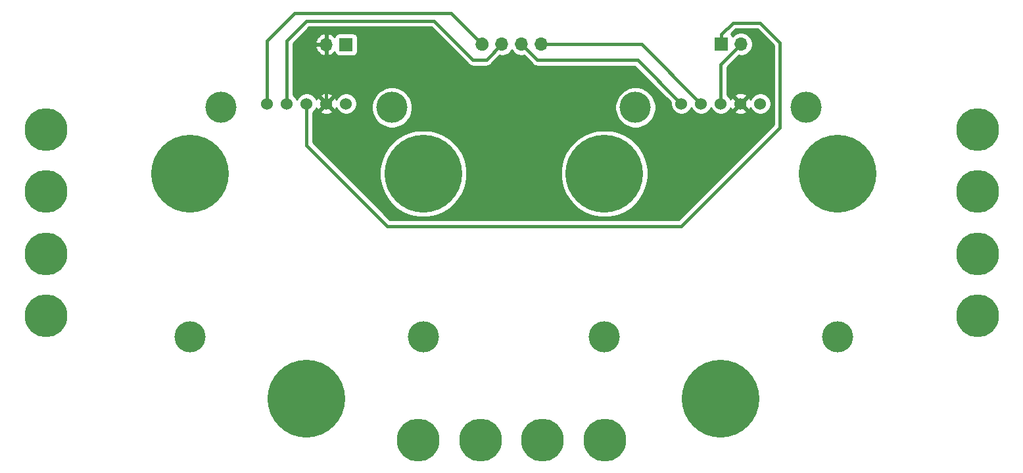
<source format=gtl>
G04 #@! TF.GenerationSoftware,KiCad,Pcbnew,5.1.5+dfsg1-2build2*
G04 #@! TF.CreationDate,2021-11-01T16:20:09+01:00*
G04 #@! TF.ProjectId,joystick-board,6a6f7973-7469-4636-9b2d-626f6172642e,rev?*
G04 #@! TF.SameCoordinates,Original*
G04 #@! TF.FileFunction,Copper,L1,Top*
G04 #@! TF.FilePolarity,Positive*
%FSLAX46Y46*%
G04 Gerber Fmt 4.6, Leading zero omitted, Abs format (unit mm)*
G04 Created by KiCad (PCBNEW 5.1.5+dfsg1-2build2) date 2021-11-01 16:20:09*
%MOMM*%
%LPD*%
G04 APERTURE LIST*
%ADD10O,1.700000X1.700000*%
%ADD11R,1.700000X1.700000*%
%ADD12C,4.000000*%
%ADD13C,10.000000*%
%ADD14C,1.524000*%
%ADD15C,5.500000*%
%ADD16C,0.100000*%
%ADD17C,0.400000*%
%ADD18C,0.254000*%
G04 APERTURE END LIST*
D10*
X157540000Y-66000000D03*
D11*
X155000000Y-66000000D03*
D12*
X139940000Y-103660000D03*
X169940000Y-103660000D03*
D13*
X154940000Y-111660000D03*
D14*
X160020000Y-73660000D03*
X154940000Y-73660000D03*
X157480000Y-73660000D03*
X152400000Y-73660000D03*
X149860000Y-73660000D03*
D12*
X165940000Y-74160000D03*
X143940000Y-74160000D03*
D13*
X169940000Y-82660000D03*
X139940000Y-82660000D03*
X86600000Y-82660000D03*
X116600000Y-82660000D03*
D12*
X90600000Y-74160000D03*
X112600000Y-74160000D03*
D14*
X96520000Y-73660000D03*
X99060000Y-73660000D03*
X104140000Y-73660000D03*
X101600000Y-73660000D03*
X106680000Y-73660000D03*
D13*
X101600000Y-111660000D03*
D12*
X116600000Y-103660000D03*
X86600000Y-103660000D03*
D15*
X140000000Y-117000000D03*
X132000000Y-117000000D03*
X124000000Y-117000000D03*
X116000000Y-117000000D03*
X188000000Y-101000000D03*
X188000000Y-93000000D03*
X188000000Y-85000000D03*
X188000000Y-77000000D03*
X68000000Y-101000000D03*
X68000000Y-93000000D03*
X68000000Y-85000000D03*
X68000000Y-77000000D03*
D10*
X131820000Y-66000000D03*
X129280000Y-66000000D03*
X126740000Y-66000000D03*
G04 #@! TA.AperFunction,ComponentPad*
D16*
G36*
X123359200Y-65875279D02*
G01*
X123375473Y-65793467D01*
X123399688Y-65713644D01*
X123431609Y-65636578D01*
X123470931Y-65563013D01*
X123517274Y-65493656D01*
X123570192Y-65429175D01*
X123629175Y-65370192D01*
X123693656Y-65317274D01*
X123763013Y-65270931D01*
X123836578Y-65231609D01*
X123913644Y-65199688D01*
X123993467Y-65175473D01*
X124075279Y-65159200D01*
X124158292Y-65151024D01*
X124241708Y-65151024D01*
X124324721Y-65159200D01*
X124406533Y-65175473D01*
X124486356Y-65199688D01*
X124563422Y-65231609D01*
X124636987Y-65270931D01*
X124706344Y-65317274D01*
X124770825Y-65370192D01*
X124829808Y-65429175D01*
X124882726Y-65493656D01*
X124929069Y-65563013D01*
X124968391Y-65636578D01*
X125000312Y-65713644D01*
X125024527Y-65793467D01*
X125040800Y-65875279D01*
X125048976Y-65958292D01*
X125048976Y-66041708D01*
X125040800Y-66124721D01*
X125024527Y-66206533D01*
X125000312Y-66286356D01*
X124968391Y-66363422D01*
X124929069Y-66436987D01*
X124882726Y-66506344D01*
X124829808Y-66570825D01*
X124770825Y-66629808D01*
X124706344Y-66682726D01*
X124636987Y-66729069D01*
X124563422Y-66768391D01*
X124486356Y-66800312D01*
X124406533Y-66824527D01*
X124324721Y-66840800D01*
X124241708Y-66848976D01*
X124158292Y-66848976D01*
X124075279Y-66840800D01*
X123993467Y-66824527D01*
X123913644Y-66800312D01*
X123836578Y-66768391D01*
X123763013Y-66729069D01*
X123693656Y-66682726D01*
X123629175Y-66629808D01*
X123570192Y-66570825D01*
X123517274Y-66506344D01*
X123470931Y-66436987D01*
X123431609Y-66363422D01*
X123399688Y-66286356D01*
X123375473Y-66206533D01*
X123359200Y-66124721D01*
X123351024Y-66041708D01*
X123351024Y-65958292D01*
X123359200Y-65875279D01*
G37*
G04 #@! TD.AperFunction*
D11*
X106680000Y-66040000D03*
D10*
X104140000Y-66040000D03*
D17*
X120200000Y-62000000D02*
X124200000Y-66000000D01*
X100076000Y-61976000D02*
X120200000Y-62000000D01*
X96520000Y-65532000D02*
X100076000Y-61976000D01*
X96520000Y-73660000D02*
X96520000Y-65532000D01*
X99060000Y-65532000D02*
X99060000Y-73660000D01*
X101600000Y-63000000D02*
X99060000Y-65532000D01*
X118000000Y-63000000D02*
X101600000Y-63000000D01*
X123000000Y-68000000D02*
X118000000Y-63000000D01*
X124740000Y-68000000D02*
X123000000Y-68000000D01*
X126740000Y-66000000D02*
X124740000Y-68000000D01*
X104140000Y-66040000D02*
X104140000Y-73660000D01*
X157480000Y-73660000D02*
X154140000Y-77000000D01*
X107480000Y-77000000D02*
X104140000Y-73660000D01*
X154140000Y-77000000D02*
X107480000Y-77000000D01*
X101600000Y-73660000D02*
X101600000Y-78994000D01*
X101600000Y-78994000D02*
X112014000Y-89408000D01*
X112014000Y-89408000D02*
X149860000Y-89408000D01*
X149860000Y-89408000D02*
X162560000Y-76708000D01*
X162560000Y-76708000D02*
X162560000Y-65786000D01*
X162560000Y-65786000D02*
X160020000Y-63246000D01*
X155000000Y-64750000D02*
X155000000Y-66000000D01*
X156504000Y-63246000D02*
X155000000Y-64750000D01*
X160020000Y-63246000D02*
X156504000Y-63246000D01*
X129280000Y-66000000D02*
X131280000Y-68000000D01*
X144200000Y-68000000D02*
X149860000Y-73660000D01*
X131280000Y-68000000D02*
X144200000Y-68000000D01*
X144740000Y-66000000D02*
X152400000Y-73660000D01*
X131820000Y-66000000D02*
X144740000Y-66000000D01*
X157540000Y-66000000D02*
X158000000Y-66000000D01*
X154940000Y-68600000D02*
X157540000Y-66000000D01*
X154940000Y-73660000D02*
X154940000Y-68600000D01*
D18*
G36*
X122380563Y-68561432D02*
G01*
X122406709Y-68593291D01*
X122438568Y-68619437D01*
X122438570Y-68619439D01*
X122533854Y-68697636D01*
X122678913Y-68775172D01*
X122836311Y-68822918D01*
X123000000Y-68839040D01*
X123041018Y-68835000D01*
X124698982Y-68835000D01*
X124740000Y-68839040D01*
X124781018Y-68835000D01*
X124781019Y-68835000D01*
X124903689Y-68822918D01*
X125061087Y-68775172D01*
X125206146Y-68697636D01*
X125333291Y-68593291D01*
X125359446Y-68561421D01*
X126462060Y-67458807D01*
X126593740Y-67485000D01*
X126886260Y-67485000D01*
X127173158Y-67427932D01*
X127443411Y-67315990D01*
X127686632Y-67153475D01*
X127893475Y-66946632D01*
X128010000Y-66772240D01*
X128126525Y-66946632D01*
X128333368Y-67153475D01*
X128576589Y-67315990D01*
X128846842Y-67427932D01*
X129133740Y-67485000D01*
X129426260Y-67485000D01*
X129557940Y-67458807D01*
X130660559Y-68561427D01*
X130686709Y-68593291D01*
X130789720Y-68677830D01*
X130813854Y-68697636D01*
X130958913Y-68775172D01*
X131116311Y-68822918D01*
X131279999Y-68839040D01*
X131321018Y-68835000D01*
X143854133Y-68835000D01*
X148476030Y-73456899D01*
X148463000Y-73522408D01*
X148463000Y-73797592D01*
X148516686Y-74067490D01*
X148621995Y-74321727D01*
X148774880Y-74550535D01*
X148969465Y-74745120D01*
X149198273Y-74898005D01*
X149452510Y-75003314D01*
X149722408Y-75057000D01*
X149997592Y-75057000D01*
X150267490Y-75003314D01*
X150521727Y-74898005D01*
X150750535Y-74745120D01*
X150945120Y-74550535D01*
X151098005Y-74321727D01*
X151130000Y-74244485D01*
X151161995Y-74321727D01*
X151314880Y-74550535D01*
X151509465Y-74745120D01*
X151738273Y-74898005D01*
X151992510Y-75003314D01*
X152262408Y-75057000D01*
X152537592Y-75057000D01*
X152807490Y-75003314D01*
X153061727Y-74898005D01*
X153290535Y-74745120D01*
X153485120Y-74550535D01*
X153638005Y-74321727D01*
X153670000Y-74244485D01*
X153701995Y-74321727D01*
X153854880Y-74550535D01*
X154049465Y-74745120D01*
X154278273Y-74898005D01*
X154532510Y-75003314D01*
X154802408Y-75057000D01*
X155077592Y-75057000D01*
X155347490Y-75003314D01*
X155601727Y-74898005D01*
X155830535Y-74745120D01*
X155950090Y-74625565D01*
X156694040Y-74625565D01*
X156761020Y-74865656D01*
X157010048Y-74982756D01*
X157277135Y-75049023D01*
X157552017Y-75061910D01*
X157824133Y-75020922D01*
X158083023Y-74927636D01*
X158198980Y-74865656D01*
X158265960Y-74625565D01*
X157480000Y-73839605D01*
X156694040Y-74625565D01*
X155950090Y-74625565D01*
X156025120Y-74550535D01*
X156178005Y-74321727D01*
X156207692Y-74250057D01*
X156212364Y-74263023D01*
X156274344Y-74378980D01*
X156514435Y-74445960D01*
X157300395Y-73660000D01*
X157659605Y-73660000D01*
X158445565Y-74445960D01*
X158685656Y-74378980D01*
X158749485Y-74243240D01*
X158781995Y-74321727D01*
X158934880Y-74550535D01*
X159129465Y-74745120D01*
X159358273Y-74898005D01*
X159612510Y-75003314D01*
X159882408Y-75057000D01*
X160157592Y-75057000D01*
X160427490Y-75003314D01*
X160681727Y-74898005D01*
X160910535Y-74745120D01*
X161105120Y-74550535D01*
X161258005Y-74321727D01*
X161363314Y-74067490D01*
X161417000Y-73797592D01*
X161417000Y-73522408D01*
X161363314Y-73252510D01*
X161258005Y-72998273D01*
X161105120Y-72769465D01*
X160910535Y-72574880D01*
X160681727Y-72421995D01*
X160427490Y-72316686D01*
X160157592Y-72263000D01*
X159882408Y-72263000D01*
X159612510Y-72316686D01*
X159358273Y-72421995D01*
X159129465Y-72574880D01*
X158934880Y-72769465D01*
X158781995Y-72998273D01*
X158752308Y-73069943D01*
X158747636Y-73056977D01*
X158685656Y-72941020D01*
X158445565Y-72874040D01*
X157659605Y-73660000D01*
X157300395Y-73660000D01*
X156514435Y-72874040D01*
X156274344Y-72941020D01*
X156210515Y-73076760D01*
X156178005Y-72998273D01*
X156025120Y-72769465D01*
X155950090Y-72694435D01*
X156694040Y-72694435D01*
X157480000Y-73480395D01*
X158265960Y-72694435D01*
X158198980Y-72454344D01*
X157949952Y-72337244D01*
X157682865Y-72270977D01*
X157407983Y-72258090D01*
X157135867Y-72299078D01*
X156876977Y-72392364D01*
X156761020Y-72454344D01*
X156694040Y-72694435D01*
X155950090Y-72694435D01*
X155830535Y-72574880D01*
X155775000Y-72537773D01*
X155775000Y-68945867D01*
X157262061Y-67458807D01*
X157393740Y-67485000D01*
X157686260Y-67485000D01*
X157973158Y-67427932D01*
X158243411Y-67315990D01*
X158486632Y-67153475D01*
X158693475Y-66946632D01*
X158855990Y-66703411D01*
X158967932Y-66433158D01*
X159025000Y-66146260D01*
X159025000Y-65853740D01*
X158967932Y-65566842D01*
X158855990Y-65296589D01*
X158693475Y-65053368D01*
X158486632Y-64846525D01*
X158243411Y-64684010D01*
X157973158Y-64572068D01*
X157686260Y-64515000D01*
X157393740Y-64515000D01*
X157106842Y-64572068D01*
X156836589Y-64684010D01*
X156593368Y-64846525D01*
X156461513Y-64978380D01*
X156439502Y-64905820D01*
X156380537Y-64795506D01*
X156301185Y-64698815D01*
X156263214Y-64667653D01*
X156849868Y-64081000D01*
X159674133Y-64081000D01*
X161725001Y-66131869D01*
X161725000Y-76362132D01*
X149514133Y-88573000D01*
X112359868Y-88573000D01*
X105891869Y-82105001D01*
X110965000Y-82105001D01*
X110965000Y-83214999D01*
X111181550Y-84303669D01*
X111606328Y-85329173D01*
X112223010Y-86252103D01*
X113007897Y-87036990D01*
X113930827Y-87653672D01*
X114956331Y-88078450D01*
X116045001Y-88295000D01*
X117154999Y-88295000D01*
X118243669Y-88078450D01*
X119269173Y-87653672D01*
X120192103Y-87036990D01*
X120976990Y-86252103D01*
X121593672Y-85329173D01*
X122018450Y-84303669D01*
X122235000Y-83214999D01*
X122235000Y-82105001D01*
X134305000Y-82105001D01*
X134305000Y-83214999D01*
X134521550Y-84303669D01*
X134946328Y-85329173D01*
X135563010Y-86252103D01*
X136347897Y-87036990D01*
X137270827Y-87653672D01*
X138296331Y-88078450D01*
X139385001Y-88295000D01*
X140494999Y-88295000D01*
X141583669Y-88078450D01*
X142609173Y-87653672D01*
X143532103Y-87036990D01*
X144316990Y-86252103D01*
X144933672Y-85329173D01*
X145358450Y-84303669D01*
X145575000Y-83214999D01*
X145575000Y-82105001D01*
X145358450Y-81016331D01*
X144933672Y-79990827D01*
X144316990Y-79067897D01*
X143532103Y-78283010D01*
X142609173Y-77666328D01*
X141583669Y-77241550D01*
X140494999Y-77025000D01*
X139385001Y-77025000D01*
X138296331Y-77241550D01*
X137270827Y-77666328D01*
X136347897Y-78283010D01*
X135563010Y-79067897D01*
X134946328Y-79990827D01*
X134521550Y-81016331D01*
X134305000Y-82105001D01*
X122235000Y-82105001D01*
X122018450Y-81016331D01*
X121593672Y-79990827D01*
X120976990Y-79067897D01*
X120192103Y-78283010D01*
X119269173Y-77666328D01*
X118243669Y-77241550D01*
X117154999Y-77025000D01*
X116045001Y-77025000D01*
X114956331Y-77241550D01*
X113930827Y-77666328D01*
X113007897Y-78283010D01*
X112223010Y-79067897D01*
X111606328Y-79990827D01*
X111181550Y-81016331D01*
X110965000Y-82105001D01*
X105891869Y-82105001D01*
X102435000Y-78648133D01*
X102435000Y-74782227D01*
X102490535Y-74745120D01*
X102610090Y-74625565D01*
X103354040Y-74625565D01*
X103421020Y-74865656D01*
X103670048Y-74982756D01*
X103937135Y-75049023D01*
X104212017Y-75061910D01*
X104484133Y-75020922D01*
X104743023Y-74927636D01*
X104858980Y-74865656D01*
X104925960Y-74625565D01*
X104140000Y-73839605D01*
X103354040Y-74625565D01*
X102610090Y-74625565D01*
X102685120Y-74550535D01*
X102838005Y-74321727D01*
X102867692Y-74250057D01*
X102872364Y-74263023D01*
X102934344Y-74378980D01*
X103174435Y-74445960D01*
X103960395Y-73660000D01*
X104319605Y-73660000D01*
X105105565Y-74445960D01*
X105345656Y-74378980D01*
X105409485Y-74243240D01*
X105441995Y-74321727D01*
X105594880Y-74550535D01*
X105789465Y-74745120D01*
X106018273Y-74898005D01*
X106272510Y-75003314D01*
X106542408Y-75057000D01*
X106817592Y-75057000D01*
X107087490Y-75003314D01*
X107341727Y-74898005D01*
X107570535Y-74745120D01*
X107765120Y-74550535D01*
X107918005Y-74321727D01*
X108023314Y-74067490D01*
X108056535Y-73900475D01*
X109965000Y-73900475D01*
X109965000Y-74419525D01*
X110066261Y-74928601D01*
X110264893Y-75408141D01*
X110553262Y-75839715D01*
X110920285Y-76206738D01*
X111351859Y-76495107D01*
X111831399Y-76693739D01*
X112340475Y-76795000D01*
X112859525Y-76795000D01*
X113368601Y-76693739D01*
X113848141Y-76495107D01*
X114279715Y-76206738D01*
X114646738Y-75839715D01*
X114935107Y-75408141D01*
X115133739Y-74928601D01*
X115235000Y-74419525D01*
X115235000Y-73900475D01*
X141305000Y-73900475D01*
X141305000Y-74419525D01*
X141406261Y-74928601D01*
X141604893Y-75408141D01*
X141893262Y-75839715D01*
X142260285Y-76206738D01*
X142691859Y-76495107D01*
X143171399Y-76693739D01*
X143680475Y-76795000D01*
X144199525Y-76795000D01*
X144708601Y-76693739D01*
X145188141Y-76495107D01*
X145619715Y-76206738D01*
X145986738Y-75839715D01*
X146275107Y-75408141D01*
X146473739Y-74928601D01*
X146575000Y-74419525D01*
X146575000Y-73900475D01*
X146473739Y-73391399D01*
X146275107Y-72911859D01*
X145986738Y-72480285D01*
X145619715Y-72113262D01*
X145188141Y-71824893D01*
X144708601Y-71626261D01*
X144199525Y-71525000D01*
X143680475Y-71525000D01*
X143171399Y-71626261D01*
X142691859Y-71824893D01*
X142260285Y-72113262D01*
X141893262Y-72480285D01*
X141604893Y-72911859D01*
X141406261Y-73391399D01*
X141305000Y-73900475D01*
X115235000Y-73900475D01*
X115133739Y-73391399D01*
X114935107Y-72911859D01*
X114646738Y-72480285D01*
X114279715Y-72113262D01*
X113848141Y-71824893D01*
X113368601Y-71626261D01*
X112859525Y-71525000D01*
X112340475Y-71525000D01*
X111831399Y-71626261D01*
X111351859Y-71824893D01*
X110920285Y-72113262D01*
X110553262Y-72480285D01*
X110264893Y-72911859D01*
X110066261Y-73391399D01*
X109965000Y-73900475D01*
X108056535Y-73900475D01*
X108077000Y-73797592D01*
X108077000Y-73522408D01*
X108023314Y-73252510D01*
X107918005Y-72998273D01*
X107765120Y-72769465D01*
X107570535Y-72574880D01*
X107341727Y-72421995D01*
X107087490Y-72316686D01*
X106817592Y-72263000D01*
X106542408Y-72263000D01*
X106272510Y-72316686D01*
X106018273Y-72421995D01*
X105789465Y-72574880D01*
X105594880Y-72769465D01*
X105441995Y-72998273D01*
X105412308Y-73069943D01*
X105407636Y-73056977D01*
X105345656Y-72941020D01*
X105105565Y-72874040D01*
X104319605Y-73660000D01*
X103960395Y-73660000D01*
X103174435Y-72874040D01*
X102934344Y-72941020D01*
X102870515Y-73076760D01*
X102838005Y-72998273D01*
X102685120Y-72769465D01*
X102610090Y-72694435D01*
X103354040Y-72694435D01*
X104140000Y-73480395D01*
X104925960Y-72694435D01*
X104858980Y-72454344D01*
X104609952Y-72337244D01*
X104342865Y-72270977D01*
X104067983Y-72258090D01*
X103795867Y-72299078D01*
X103536977Y-72392364D01*
X103421020Y-72454344D01*
X103354040Y-72694435D01*
X102610090Y-72694435D01*
X102490535Y-72574880D01*
X102261727Y-72421995D01*
X102007490Y-72316686D01*
X101737592Y-72263000D01*
X101462408Y-72263000D01*
X101192510Y-72316686D01*
X100938273Y-72421995D01*
X100709465Y-72574880D01*
X100514880Y-72769465D01*
X100361995Y-72998273D01*
X100330000Y-73075515D01*
X100298005Y-72998273D01*
X100145120Y-72769465D01*
X99950535Y-72574880D01*
X99895000Y-72537773D01*
X99895000Y-66396891D01*
X102698519Y-66396891D01*
X102795843Y-66671252D01*
X102944822Y-66921355D01*
X103139731Y-67137588D01*
X103373080Y-67311641D01*
X103635901Y-67436825D01*
X103783110Y-67481476D01*
X104013000Y-67360155D01*
X104013000Y-66167000D01*
X102819186Y-66167000D01*
X102698519Y-66396891D01*
X99895000Y-66396891D01*
X99895000Y-65878639D01*
X100091147Y-65683109D01*
X102698519Y-65683109D01*
X102819186Y-65913000D01*
X104013000Y-65913000D01*
X104013000Y-64719845D01*
X104267000Y-64719845D01*
X104267000Y-65913000D01*
X104287000Y-65913000D01*
X104287000Y-66167000D01*
X104267000Y-66167000D01*
X104267000Y-67360155D01*
X104496890Y-67481476D01*
X104644099Y-67436825D01*
X104906920Y-67311641D01*
X105140269Y-67137588D01*
X105216034Y-67053534D01*
X105240498Y-67134180D01*
X105299463Y-67244494D01*
X105378815Y-67341185D01*
X105475506Y-67420537D01*
X105585820Y-67479502D01*
X105705518Y-67515812D01*
X105830000Y-67528072D01*
X107530000Y-67528072D01*
X107654482Y-67515812D01*
X107774180Y-67479502D01*
X107884494Y-67420537D01*
X107981185Y-67341185D01*
X108060537Y-67244494D01*
X108119502Y-67134180D01*
X108155812Y-67014482D01*
X108168072Y-66890000D01*
X108168072Y-65190000D01*
X108155812Y-65065518D01*
X108119502Y-64945820D01*
X108060537Y-64835506D01*
X107981185Y-64738815D01*
X107884494Y-64659463D01*
X107774180Y-64600498D01*
X107654482Y-64564188D01*
X107530000Y-64551928D01*
X105830000Y-64551928D01*
X105705518Y-64564188D01*
X105585820Y-64600498D01*
X105475506Y-64659463D01*
X105378815Y-64738815D01*
X105299463Y-64835506D01*
X105240498Y-64945820D01*
X105216034Y-65026466D01*
X105140269Y-64942412D01*
X104906920Y-64768359D01*
X104644099Y-64643175D01*
X104496890Y-64598524D01*
X104267000Y-64719845D01*
X104013000Y-64719845D01*
X103783110Y-64598524D01*
X103635901Y-64643175D01*
X103373080Y-64768359D01*
X103139731Y-64942412D01*
X102944822Y-65158645D01*
X102795843Y-65408748D01*
X102698519Y-65683109D01*
X100091147Y-65683109D01*
X101945097Y-63835000D01*
X117654133Y-63835000D01*
X122380563Y-68561432D01*
G37*
X122380563Y-68561432D02*
X122406709Y-68593291D01*
X122438568Y-68619437D01*
X122438570Y-68619439D01*
X122533854Y-68697636D01*
X122678913Y-68775172D01*
X122836311Y-68822918D01*
X123000000Y-68839040D01*
X123041018Y-68835000D01*
X124698982Y-68835000D01*
X124740000Y-68839040D01*
X124781018Y-68835000D01*
X124781019Y-68835000D01*
X124903689Y-68822918D01*
X125061087Y-68775172D01*
X125206146Y-68697636D01*
X125333291Y-68593291D01*
X125359446Y-68561421D01*
X126462060Y-67458807D01*
X126593740Y-67485000D01*
X126886260Y-67485000D01*
X127173158Y-67427932D01*
X127443411Y-67315990D01*
X127686632Y-67153475D01*
X127893475Y-66946632D01*
X128010000Y-66772240D01*
X128126525Y-66946632D01*
X128333368Y-67153475D01*
X128576589Y-67315990D01*
X128846842Y-67427932D01*
X129133740Y-67485000D01*
X129426260Y-67485000D01*
X129557940Y-67458807D01*
X130660559Y-68561427D01*
X130686709Y-68593291D01*
X130789720Y-68677830D01*
X130813854Y-68697636D01*
X130958913Y-68775172D01*
X131116311Y-68822918D01*
X131279999Y-68839040D01*
X131321018Y-68835000D01*
X143854133Y-68835000D01*
X148476030Y-73456899D01*
X148463000Y-73522408D01*
X148463000Y-73797592D01*
X148516686Y-74067490D01*
X148621995Y-74321727D01*
X148774880Y-74550535D01*
X148969465Y-74745120D01*
X149198273Y-74898005D01*
X149452510Y-75003314D01*
X149722408Y-75057000D01*
X149997592Y-75057000D01*
X150267490Y-75003314D01*
X150521727Y-74898005D01*
X150750535Y-74745120D01*
X150945120Y-74550535D01*
X151098005Y-74321727D01*
X151130000Y-74244485D01*
X151161995Y-74321727D01*
X151314880Y-74550535D01*
X151509465Y-74745120D01*
X151738273Y-74898005D01*
X151992510Y-75003314D01*
X152262408Y-75057000D01*
X152537592Y-75057000D01*
X152807490Y-75003314D01*
X153061727Y-74898005D01*
X153290535Y-74745120D01*
X153485120Y-74550535D01*
X153638005Y-74321727D01*
X153670000Y-74244485D01*
X153701995Y-74321727D01*
X153854880Y-74550535D01*
X154049465Y-74745120D01*
X154278273Y-74898005D01*
X154532510Y-75003314D01*
X154802408Y-75057000D01*
X155077592Y-75057000D01*
X155347490Y-75003314D01*
X155601727Y-74898005D01*
X155830535Y-74745120D01*
X155950090Y-74625565D01*
X156694040Y-74625565D01*
X156761020Y-74865656D01*
X157010048Y-74982756D01*
X157277135Y-75049023D01*
X157552017Y-75061910D01*
X157824133Y-75020922D01*
X158083023Y-74927636D01*
X158198980Y-74865656D01*
X158265960Y-74625565D01*
X157480000Y-73839605D01*
X156694040Y-74625565D01*
X155950090Y-74625565D01*
X156025120Y-74550535D01*
X156178005Y-74321727D01*
X156207692Y-74250057D01*
X156212364Y-74263023D01*
X156274344Y-74378980D01*
X156514435Y-74445960D01*
X157300395Y-73660000D01*
X157659605Y-73660000D01*
X158445565Y-74445960D01*
X158685656Y-74378980D01*
X158749485Y-74243240D01*
X158781995Y-74321727D01*
X158934880Y-74550535D01*
X159129465Y-74745120D01*
X159358273Y-74898005D01*
X159612510Y-75003314D01*
X159882408Y-75057000D01*
X160157592Y-75057000D01*
X160427490Y-75003314D01*
X160681727Y-74898005D01*
X160910535Y-74745120D01*
X161105120Y-74550535D01*
X161258005Y-74321727D01*
X161363314Y-74067490D01*
X161417000Y-73797592D01*
X161417000Y-73522408D01*
X161363314Y-73252510D01*
X161258005Y-72998273D01*
X161105120Y-72769465D01*
X160910535Y-72574880D01*
X160681727Y-72421995D01*
X160427490Y-72316686D01*
X160157592Y-72263000D01*
X159882408Y-72263000D01*
X159612510Y-72316686D01*
X159358273Y-72421995D01*
X159129465Y-72574880D01*
X158934880Y-72769465D01*
X158781995Y-72998273D01*
X158752308Y-73069943D01*
X158747636Y-73056977D01*
X158685656Y-72941020D01*
X158445565Y-72874040D01*
X157659605Y-73660000D01*
X157300395Y-73660000D01*
X156514435Y-72874040D01*
X156274344Y-72941020D01*
X156210515Y-73076760D01*
X156178005Y-72998273D01*
X156025120Y-72769465D01*
X155950090Y-72694435D01*
X156694040Y-72694435D01*
X157480000Y-73480395D01*
X158265960Y-72694435D01*
X158198980Y-72454344D01*
X157949952Y-72337244D01*
X157682865Y-72270977D01*
X157407983Y-72258090D01*
X157135867Y-72299078D01*
X156876977Y-72392364D01*
X156761020Y-72454344D01*
X156694040Y-72694435D01*
X155950090Y-72694435D01*
X155830535Y-72574880D01*
X155775000Y-72537773D01*
X155775000Y-68945867D01*
X157262061Y-67458807D01*
X157393740Y-67485000D01*
X157686260Y-67485000D01*
X157973158Y-67427932D01*
X158243411Y-67315990D01*
X158486632Y-67153475D01*
X158693475Y-66946632D01*
X158855990Y-66703411D01*
X158967932Y-66433158D01*
X159025000Y-66146260D01*
X159025000Y-65853740D01*
X158967932Y-65566842D01*
X158855990Y-65296589D01*
X158693475Y-65053368D01*
X158486632Y-64846525D01*
X158243411Y-64684010D01*
X157973158Y-64572068D01*
X157686260Y-64515000D01*
X157393740Y-64515000D01*
X157106842Y-64572068D01*
X156836589Y-64684010D01*
X156593368Y-64846525D01*
X156461513Y-64978380D01*
X156439502Y-64905820D01*
X156380537Y-64795506D01*
X156301185Y-64698815D01*
X156263214Y-64667653D01*
X156849868Y-64081000D01*
X159674133Y-64081000D01*
X161725001Y-66131869D01*
X161725000Y-76362132D01*
X149514133Y-88573000D01*
X112359868Y-88573000D01*
X105891869Y-82105001D01*
X110965000Y-82105001D01*
X110965000Y-83214999D01*
X111181550Y-84303669D01*
X111606328Y-85329173D01*
X112223010Y-86252103D01*
X113007897Y-87036990D01*
X113930827Y-87653672D01*
X114956331Y-88078450D01*
X116045001Y-88295000D01*
X117154999Y-88295000D01*
X118243669Y-88078450D01*
X119269173Y-87653672D01*
X120192103Y-87036990D01*
X120976990Y-86252103D01*
X121593672Y-85329173D01*
X122018450Y-84303669D01*
X122235000Y-83214999D01*
X122235000Y-82105001D01*
X134305000Y-82105001D01*
X134305000Y-83214999D01*
X134521550Y-84303669D01*
X134946328Y-85329173D01*
X135563010Y-86252103D01*
X136347897Y-87036990D01*
X137270827Y-87653672D01*
X138296331Y-88078450D01*
X139385001Y-88295000D01*
X140494999Y-88295000D01*
X141583669Y-88078450D01*
X142609173Y-87653672D01*
X143532103Y-87036990D01*
X144316990Y-86252103D01*
X144933672Y-85329173D01*
X145358450Y-84303669D01*
X145575000Y-83214999D01*
X145575000Y-82105001D01*
X145358450Y-81016331D01*
X144933672Y-79990827D01*
X144316990Y-79067897D01*
X143532103Y-78283010D01*
X142609173Y-77666328D01*
X141583669Y-77241550D01*
X140494999Y-77025000D01*
X139385001Y-77025000D01*
X138296331Y-77241550D01*
X137270827Y-77666328D01*
X136347897Y-78283010D01*
X135563010Y-79067897D01*
X134946328Y-79990827D01*
X134521550Y-81016331D01*
X134305000Y-82105001D01*
X122235000Y-82105001D01*
X122018450Y-81016331D01*
X121593672Y-79990827D01*
X120976990Y-79067897D01*
X120192103Y-78283010D01*
X119269173Y-77666328D01*
X118243669Y-77241550D01*
X117154999Y-77025000D01*
X116045001Y-77025000D01*
X114956331Y-77241550D01*
X113930827Y-77666328D01*
X113007897Y-78283010D01*
X112223010Y-79067897D01*
X111606328Y-79990827D01*
X111181550Y-81016331D01*
X110965000Y-82105001D01*
X105891869Y-82105001D01*
X102435000Y-78648133D01*
X102435000Y-74782227D01*
X102490535Y-74745120D01*
X102610090Y-74625565D01*
X103354040Y-74625565D01*
X103421020Y-74865656D01*
X103670048Y-74982756D01*
X103937135Y-75049023D01*
X104212017Y-75061910D01*
X104484133Y-75020922D01*
X104743023Y-74927636D01*
X104858980Y-74865656D01*
X104925960Y-74625565D01*
X104140000Y-73839605D01*
X103354040Y-74625565D01*
X102610090Y-74625565D01*
X102685120Y-74550535D01*
X102838005Y-74321727D01*
X102867692Y-74250057D01*
X102872364Y-74263023D01*
X102934344Y-74378980D01*
X103174435Y-74445960D01*
X103960395Y-73660000D01*
X104319605Y-73660000D01*
X105105565Y-74445960D01*
X105345656Y-74378980D01*
X105409485Y-74243240D01*
X105441995Y-74321727D01*
X105594880Y-74550535D01*
X105789465Y-74745120D01*
X106018273Y-74898005D01*
X106272510Y-75003314D01*
X106542408Y-75057000D01*
X106817592Y-75057000D01*
X107087490Y-75003314D01*
X107341727Y-74898005D01*
X107570535Y-74745120D01*
X107765120Y-74550535D01*
X107918005Y-74321727D01*
X108023314Y-74067490D01*
X108056535Y-73900475D01*
X109965000Y-73900475D01*
X109965000Y-74419525D01*
X110066261Y-74928601D01*
X110264893Y-75408141D01*
X110553262Y-75839715D01*
X110920285Y-76206738D01*
X111351859Y-76495107D01*
X111831399Y-76693739D01*
X112340475Y-76795000D01*
X112859525Y-76795000D01*
X113368601Y-76693739D01*
X113848141Y-76495107D01*
X114279715Y-76206738D01*
X114646738Y-75839715D01*
X114935107Y-75408141D01*
X115133739Y-74928601D01*
X115235000Y-74419525D01*
X115235000Y-73900475D01*
X141305000Y-73900475D01*
X141305000Y-74419525D01*
X141406261Y-74928601D01*
X141604893Y-75408141D01*
X141893262Y-75839715D01*
X142260285Y-76206738D01*
X142691859Y-76495107D01*
X143171399Y-76693739D01*
X143680475Y-76795000D01*
X144199525Y-76795000D01*
X144708601Y-76693739D01*
X145188141Y-76495107D01*
X145619715Y-76206738D01*
X145986738Y-75839715D01*
X146275107Y-75408141D01*
X146473739Y-74928601D01*
X146575000Y-74419525D01*
X146575000Y-73900475D01*
X146473739Y-73391399D01*
X146275107Y-72911859D01*
X145986738Y-72480285D01*
X145619715Y-72113262D01*
X145188141Y-71824893D01*
X144708601Y-71626261D01*
X144199525Y-71525000D01*
X143680475Y-71525000D01*
X143171399Y-71626261D01*
X142691859Y-71824893D01*
X142260285Y-72113262D01*
X141893262Y-72480285D01*
X141604893Y-72911859D01*
X141406261Y-73391399D01*
X141305000Y-73900475D01*
X115235000Y-73900475D01*
X115133739Y-73391399D01*
X114935107Y-72911859D01*
X114646738Y-72480285D01*
X114279715Y-72113262D01*
X113848141Y-71824893D01*
X113368601Y-71626261D01*
X112859525Y-71525000D01*
X112340475Y-71525000D01*
X111831399Y-71626261D01*
X111351859Y-71824893D01*
X110920285Y-72113262D01*
X110553262Y-72480285D01*
X110264893Y-72911859D01*
X110066261Y-73391399D01*
X109965000Y-73900475D01*
X108056535Y-73900475D01*
X108077000Y-73797592D01*
X108077000Y-73522408D01*
X108023314Y-73252510D01*
X107918005Y-72998273D01*
X107765120Y-72769465D01*
X107570535Y-72574880D01*
X107341727Y-72421995D01*
X107087490Y-72316686D01*
X106817592Y-72263000D01*
X106542408Y-72263000D01*
X106272510Y-72316686D01*
X106018273Y-72421995D01*
X105789465Y-72574880D01*
X105594880Y-72769465D01*
X105441995Y-72998273D01*
X105412308Y-73069943D01*
X105407636Y-73056977D01*
X105345656Y-72941020D01*
X105105565Y-72874040D01*
X104319605Y-73660000D01*
X103960395Y-73660000D01*
X103174435Y-72874040D01*
X102934344Y-72941020D01*
X102870515Y-73076760D01*
X102838005Y-72998273D01*
X102685120Y-72769465D01*
X102610090Y-72694435D01*
X103354040Y-72694435D01*
X104140000Y-73480395D01*
X104925960Y-72694435D01*
X104858980Y-72454344D01*
X104609952Y-72337244D01*
X104342865Y-72270977D01*
X104067983Y-72258090D01*
X103795867Y-72299078D01*
X103536977Y-72392364D01*
X103421020Y-72454344D01*
X103354040Y-72694435D01*
X102610090Y-72694435D01*
X102490535Y-72574880D01*
X102261727Y-72421995D01*
X102007490Y-72316686D01*
X101737592Y-72263000D01*
X101462408Y-72263000D01*
X101192510Y-72316686D01*
X100938273Y-72421995D01*
X100709465Y-72574880D01*
X100514880Y-72769465D01*
X100361995Y-72998273D01*
X100330000Y-73075515D01*
X100298005Y-72998273D01*
X100145120Y-72769465D01*
X99950535Y-72574880D01*
X99895000Y-72537773D01*
X99895000Y-66396891D01*
X102698519Y-66396891D01*
X102795843Y-66671252D01*
X102944822Y-66921355D01*
X103139731Y-67137588D01*
X103373080Y-67311641D01*
X103635901Y-67436825D01*
X103783110Y-67481476D01*
X104013000Y-67360155D01*
X104013000Y-66167000D01*
X102819186Y-66167000D01*
X102698519Y-66396891D01*
X99895000Y-66396891D01*
X99895000Y-65878639D01*
X100091147Y-65683109D01*
X102698519Y-65683109D01*
X102819186Y-65913000D01*
X104013000Y-65913000D01*
X104013000Y-64719845D01*
X104267000Y-64719845D01*
X104267000Y-65913000D01*
X104287000Y-65913000D01*
X104287000Y-66167000D01*
X104267000Y-66167000D01*
X104267000Y-67360155D01*
X104496890Y-67481476D01*
X104644099Y-67436825D01*
X104906920Y-67311641D01*
X105140269Y-67137588D01*
X105216034Y-67053534D01*
X105240498Y-67134180D01*
X105299463Y-67244494D01*
X105378815Y-67341185D01*
X105475506Y-67420537D01*
X105585820Y-67479502D01*
X105705518Y-67515812D01*
X105830000Y-67528072D01*
X107530000Y-67528072D01*
X107654482Y-67515812D01*
X107774180Y-67479502D01*
X107884494Y-67420537D01*
X107981185Y-67341185D01*
X108060537Y-67244494D01*
X108119502Y-67134180D01*
X108155812Y-67014482D01*
X108168072Y-66890000D01*
X108168072Y-65190000D01*
X108155812Y-65065518D01*
X108119502Y-64945820D01*
X108060537Y-64835506D01*
X107981185Y-64738815D01*
X107884494Y-64659463D01*
X107774180Y-64600498D01*
X107654482Y-64564188D01*
X107530000Y-64551928D01*
X105830000Y-64551928D01*
X105705518Y-64564188D01*
X105585820Y-64600498D01*
X105475506Y-64659463D01*
X105378815Y-64738815D01*
X105299463Y-64835506D01*
X105240498Y-64945820D01*
X105216034Y-65026466D01*
X105140269Y-64942412D01*
X104906920Y-64768359D01*
X104644099Y-64643175D01*
X104496890Y-64598524D01*
X104267000Y-64719845D01*
X104013000Y-64719845D01*
X103783110Y-64598524D01*
X103635901Y-64643175D01*
X103373080Y-64768359D01*
X103139731Y-64942412D01*
X102944822Y-65158645D01*
X102795843Y-65408748D01*
X102698519Y-65683109D01*
X100091147Y-65683109D01*
X101945097Y-63835000D01*
X117654133Y-63835000D01*
X122380563Y-68561432D01*
M02*

</source>
